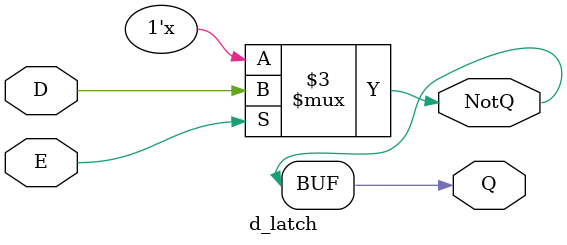
<source format=v>
`timescale 1ns / 1ps

module d_latch(
    input D, E,
    output reg Q,
    output NotQ

);

    // Will contain D-Latch behavior
    always @(D or E) begin
    if (E) begin
        Q <= D;
    end
    
  end

assign NotQ = -Q;
endmodule

</source>
